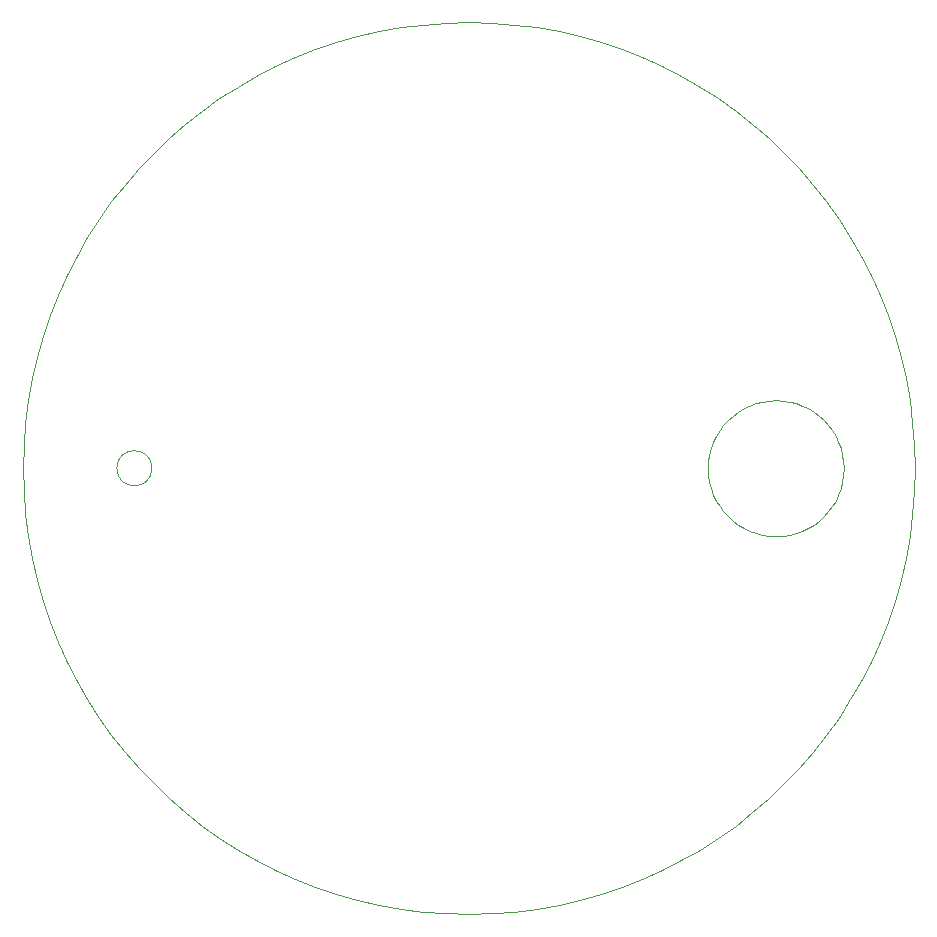
<source format=gbr>
G04 #@! TF.GenerationSoftware,KiCad,Pcbnew,(5.1.5)-3*
G04 #@! TF.CreationDate,2020-12-16T00:20:50-05:00*
G04 #@! TF.ProjectId,pov_ornament,706f765f-6f72-46e6-916d-656e742e6b69,rev?*
G04 #@! TF.SameCoordinates,Original*
G04 #@! TF.FileFunction,Profile,NP*
%FSLAX46Y46*%
G04 Gerber Fmt 4.6, Leading zero omitted, Abs format (unit mm)*
G04 Created by KiCad (PCBNEW (5.1.5)-3) date 2020-12-16 00:20:50*
%MOMM*%
%LPD*%
G04 APERTURE LIST*
%ADD10C,0.120000*%
%ADD11C,0.100000*%
G04 APERTURE END LIST*
D10*
X108238498Y-106250000D02*
G75*
G03X108238498Y-106250000I-1488498J0D01*
G01*
D11*
X172620080Y-110108670D02*
X172380000Y-111997920D01*
X166367920Y-127355361D02*
X165315430Y-128835401D01*
X167349820Y-125823710D02*
X166367920Y-127355361D01*
X171626520Y-115683260D02*
X171117830Y-117474640D01*
X172765870Y-108191570D02*
X172620080Y-110108670D01*
X168258790Y-124242860D02*
X167349820Y-125823710D01*
X169092470Y-122615141D02*
X168258790Y-124242860D01*
X169848420Y-120942960D02*
X169092470Y-122615141D01*
X170524350Y-119228670D02*
X169848420Y-120942960D01*
X171117830Y-117474640D02*
X170524350Y-119228670D01*
X172048030Y-113856900D02*
X171626520Y-115683260D01*
X172380000Y-111997920D02*
X172048030Y-113856900D01*
X172815000Y-106248960D02*
X172765870Y-108191570D01*
X156297030Y-109463830D02*
X156009000Y-108989740D01*
X162223810Y-111882140D02*
X161652920Y-111969270D01*
X156628050Y-109906490D02*
X156297030Y-109463830D01*
X159355100Y-111740460D02*
X158826840Y-111547100D01*
X162774900Y-111740460D02*
X162223810Y-111882140D01*
X159906190Y-111882140D02*
X159355100Y-111740460D01*
X161065000Y-111998960D02*
X160477080Y-111969270D01*
X157850100Y-111016970D02*
X157407470Y-110685960D01*
X156628050Y-102591430D02*
X156999140Y-102183090D01*
X156009000Y-108989740D02*
X155766840Y-108487120D01*
X160477080Y-111969270D02*
X159906190Y-111882140D01*
X155431820Y-105090130D02*
X155573480Y-104539090D01*
X163303160Y-111547100D02*
X162774900Y-111740460D01*
X155315000Y-106248960D02*
X155344690Y-105661050D01*
X156297030Y-103034090D02*
X156628050Y-102591430D01*
X156009000Y-103508180D02*
X156297030Y-103034090D01*
X155766840Y-104010800D02*
X156009000Y-103508180D01*
X155573480Y-104539090D02*
X155766840Y-104010800D01*
X155344690Y-105661050D02*
X155431820Y-105090130D01*
X155573480Y-107958830D02*
X155431820Y-107407790D01*
X158826840Y-111547100D02*
X158324220Y-111304980D01*
X155766840Y-108487120D02*
X155573480Y-107958830D01*
X158324220Y-111304980D02*
X157850100Y-111016970D01*
X161652920Y-111969270D02*
X161065000Y-111998960D01*
X155344690Y-106836870D02*
X155315000Y-106248960D01*
X156999140Y-110314830D02*
X156628050Y-109906490D01*
X157407470Y-110685960D02*
X156999140Y-110314830D01*
X155431820Y-107407790D02*
X155344690Y-106836870D01*
X163805780Y-111304980D02*
X163303160Y-111547100D01*
X164279900Y-111016970D02*
X163805780Y-111304980D01*
X164722530Y-110685960D02*
X164279900Y-111016970D01*
X165130860Y-110314830D02*
X164722530Y-110685960D01*
X165501950Y-109906490D02*
X165130860Y-110314830D01*
X166121000Y-108989740D02*
X165832970Y-109463830D01*
X165832970Y-109463830D02*
X165501950Y-109906490D01*
X166363160Y-108487120D02*
X166121000Y-108989740D01*
X166556520Y-107958830D02*
X166363160Y-108487120D01*
X166785310Y-106836870D02*
X166698180Y-107407790D01*
X166698180Y-107407790D02*
X166556520Y-107958830D01*
X166815000Y-106248960D02*
X166785310Y-106836870D01*
X172765870Y-104306350D02*
X172815000Y-106248960D01*
X172620080Y-102389250D02*
X172765870Y-104306350D01*
X160447230Y-78305720D02*
X161758300Y-79555680D01*
X157651430Y-75998550D02*
X159077510Y-77119230D01*
X144499330Y-69687420D02*
X146290710Y-70196120D01*
X169848420Y-91554960D02*
X170524350Y-93269250D01*
X153058900Y-73055170D02*
X154639770Y-73964140D01*
X156171380Y-74946070D02*
X157651430Y-75998550D01*
X163008270Y-80866710D02*
X164194760Y-82236450D01*
X167349820Y-86674210D02*
X168258790Y-88255060D01*
X159077510Y-77119230D02*
X160447230Y-78305720D01*
X172380000Y-100500000D02*
X172620080Y-102389250D01*
X172048030Y-98641020D02*
X172380000Y-100500000D01*
X149759030Y-71465540D02*
X151431210Y-72221520D01*
X148044740Y-70789610D02*
X149759030Y-71465540D01*
X171626520Y-96814660D02*
X172048030Y-98641020D01*
X171117830Y-95023280D02*
X171626520Y-96814660D01*
X166367920Y-85142560D02*
X167349820Y-86674210D01*
X142672970Y-69265900D02*
X144499330Y-69687420D01*
X140813960Y-68933930D02*
X142672970Y-69265900D01*
X161758300Y-79555680D02*
X163008270Y-80866710D01*
X169092470Y-89882780D02*
X169848420Y-91554960D01*
X164194760Y-82236450D02*
X165315430Y-83662520D01*
X154639770Y-73964140D02*
X156171380Y-74946070D01*
X151431210Y-72221520D02*
X153058900Y-73055170D01*
X146290710Y-70196120D02*
X148044740Y-70789610D01*
X170524350Y-93269250D02*
X171117830Y-95023280D01*
X168258790Y-88255060D02*
X169092470Y-89882780D01*
X165315430Y-83662520D02*
X166367920Y-85142560D01*
X112478570Y-136499370D02*
X111052490Y-135378690D01*
X100281580Y-120942960D02*
X99605650Y-119228670D01*
X102780180Y-125823710D02*
X101871210Y-124242860D01*
X105935240Y-130261470D02*
X104814570Y-128835401D01*
X115490230Y-138533780D02*
X113958620Y-137551850D01*
X113958620Y-137551850D02*
X112478570Y-136499370D01*
X108371700Y-132942240D02*
X107121730Y-131631210D01*
X117071100Y-139442750D02*
X115490230Y-138533780D01*
X101037530Y-122615141D02*
X100281580Y-120942960D01*
X101871210Y-124242860D02*
X101037530Y-122615141D01*
X111052490Y-135378690D02*
X109682770Y-134192200D01*
X103762080Y-127355361D02*
X102780180Y-125823710D01*
X104814570Y-128835401D02*
X103762080Y-127355361D01*
X107121730Y-131631210D02*
X105935240Y-130261470D01*
X109682770Y-134192200D02*
X108371700Y-132942240D01*
X133122370Y-143949831D02*
X131205260Y-143804061D01*
X140813960Y-143563990D02*
X138924740Y-143804061D01*
X137007630Y-143949831D02*
X135065000Y-143998960D01*
X144499330Y-142810501D02*
X142672970Y-143232020D01*
X149759030Y-141032380D02*
X148044740Y-141708310D01*
X154639770Y-138533780D02*
X153058900Y-139442750D01*
X159077510Y-135378690D02*
X157651430Y-136499370D01*
X151431210Y-140276401D02*
X149759030Y-141032380D01*
X138924740Y-143804061D02*
X137007630Y-143949831D01*
X142672970Y-143232020D02*
X140813960Y-143563990D01*
X165315430Y-128835401D02*
X164194760Y-130261470D01*
X153058900Y-139442750D02*
X151431210Y-140276401D01*
X157651430Y-136499370D02*
X156171380Y-137551850D01*
X160447230Y-134192200D02*
X159077510Y-135378690D01*
X163008270Y-131631210D02*
X161758300Y-132942240D01*
X127457030Y-143232020D02*
X125630670Y-142810501D01*
X129316040Y-143563990D02*
X127457030Y-143232020D01*
X146290710Y-142301800D02*
X144499330Y-142810501D01*
X161758300Y-132942240D02*
X160447230Y-134192200D01*
X118698790Y-140276401D02*
X117071100Y-139442750D01*
X120370970Y-141032380D02*
X118698790Y-140276401D01*
X122085260Y-141708310D02*
X120370970Y-141032380D01*
X164194760Y-130261470D02*
X163008270Y-131631210D01*
X123839290Y-142301800D02*
X122085260Y-141708310D01*
X125630670Y-142810501D02*
X123839290Y-142301800D01*
X148044740Y-141708310D02*
X146290710Y-142301800D01*
X156171380Y-137551850D02*
X154639770Y-138533780D01*
X135065000Y-143998960D02*
X133122370Y-143949831D01*
X131205260Y-143804061D02*
X129316040Y-143563990D01*
X161652920Y-100528650D02*
X162223810Y-100615780D01*
X158826840Y-100950820D02*
X159355100Y-100757460D01*
X160477080Y-100528650D02*
X161065000Y-100498960D01*
X159906190Y-100615780D02*
X160477080Y-100528650D01*
X159355100Y-100757460D02*
X159906190Y-100615780D01*
X158324220Y-101192940D02*
X158826840Y-100950820D01*
X157407470Y-101811960D02*
X157850100Y-101480950D01*
X156999140Y-102183090D02*
X157407470Y-101811960D01*
X161065000Y-100498960D02*
X161652920Y-100528650D01*
X157850100Y-101480950D02*
X158324220Y-101192940D01*
X166698180Y-105090130D02*
X166785310Y-105661050D01*
X165832970Y-103034090D02*
X166121000Y-103508180D01*
X165130860Y-102183090D02*
X165501950Y-102591430D01*
X163805780Y-101192940D02*
X164279900Y-101480950D01*
X166363160Y-104010800D02*
X166556520Y-104539090D01*
X164722530Y-101811960D02*
X165130860Y-102183090D01*
X166815000Y-106248960D02*
X166815000Y-106248960D01*
X165501950Y-102591430D02*
X165832970Y-103034090D01*
X162774900Y-100757460D02*
X163303160Y-100950820D01*
X162223810Y-100615780D02*
X162774900Y-100757460D01*
X166785310Y-105661050D02*
X166815000Y-106248960D01*
X166121000Y-103508180D02*
X166363160Y-104010800D01*
X166556520Y-104539090D02*
X166698180Y-105090130D01*
X164279900Y-101480950D02*
X164722530Y-101811960D01*
X163303160Y-100950820D02*
X163805780Y-101192940D01*
X172815000Y-106248960D02*
X172815000Y-106248960D01*
X123839290Y-70196120D02*
X125630670Y-69687420D01*
X122085260Y-70789610D02*
X123839290Y-70196120D01*
X120370970Y-71465540D02*
X122085260Y-70789610D01*
X97750000Y-111997920D02*
X97509920Y-110108670D01*
X97509920Y-102389250D02*
X97750000Y-100500000D01*
X98503480Y-115683260D02*
X98081970Y-113856900D01*
X107121730Y-80866710D02*
X108371700Y-79555680D01*
X105935240Y-82236450D02*
X107121730Y-80866710D01*
X99605650Y-93269250D02*
X100281580Y-91554960D01*
X100281580Y-91554960D02*
X101037530Y-89882780D01*
X98503480Y-96814660D02*
X99012170Y-95023280D01*
X102780180Y-86674210D02*
X103762080Y-85142560D01*
X97509920Y-110108670D02*
X97364130Y-108191570D01*
X117071100Y-73055170D02*
X118698790Y-72221520D01*
X108371700Y-79555680D02*
X109682770Y-78305720D01*
X99012170Y-95023280D02*
X99605650Y-93269250D01*
X97364130Y-104306350D02*
X97509920Y-102389250D01*
X97315000Y-106248960D02*
X97364130Y-104306350D01*
X99012170Y-117474640D02*
X98503480Y-115683260D01*
X138924740Y-68693860D02*
X140813960Y-68933930D01*
X135065000Y-68498960D02*
X137007630Y-68548090D01*
X137007630Y-68548090D02*
X138924740Y-68693860D01*
X125630670Y-69687420D02*
X127457030Y-69265900D01*
X133122370Y-68548090D02*
X135065000Y-68498960D01*
X131205260Y-68693860D02*
X133122370Y-68548090D01*
X129316040Y-68933930D02*
X131205260Y-68693860D01*
X111052490Y-77119230D02*
X112478570Y-75998550D01*
X109682770Y-78305720D02*
X111052490Y-77119230D01*
X101037530Y-89882780D02*
X101871210Y-88255060D01*
X97364130Y-108191570D02*
X97315000Y-106248960D01*
X98081970Y-113856900D02*
X97750000Y-111997920D01*
X99605650Y-119228670D02*
X99012170Y-117474640D01*
X115490230Y-73964140D02*
X117071100Y-73055170D01*
X101871210Y-88255060D02*
X102780180Y-86674210D01*
X98081970Y-98641020D02*
X98503480Y-96814660D01*
X118698790Y-72221520D02*
X120370970Y-71465540D01*
X127457030Y-69265900D02*
X129316040Y-68933930D01*
X113958620Y-74946070D02*
X115490230Y-73964140D01*
X103762080Y-85142560D02*
X104814570Y-83662520D01*
X104814570Y-83662520D02*
X105935240Y-82236450D01*
X112478570Y-75998550D02*
X113958620Y-74946070D01*
X97750000Y-100500000D02*
X98081970Y-98641020D01*
M02*

</source>
